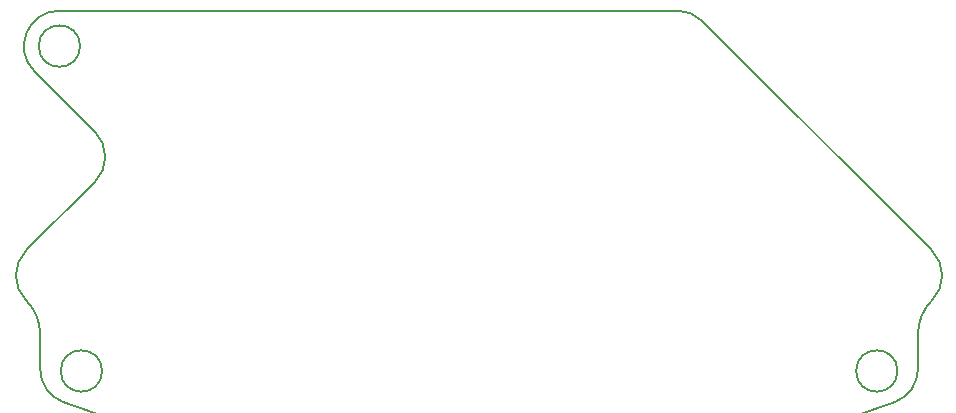
<source format=gbr>
%TF.GenerationSoftware,KiCad,Pcbnew,(6.0.5)*%
%TF.CreationDate,2022-10-18T17:57:13+09:00*%
%TF.ProjectId,IO_Board,494f5f42-6f61-4726-942e-6b696361645f,rev?*%
%TF.SameCoordinates,Original*%
%TF.FileFunction,Profile,NP*%
%FSLAX46Y46*%
G04 Gerber Fmt 4.6, Leading zero omitted, Abs format (unit mm)*
G04 Created by KiCad (PCBNEW (6.0.5)) date 2022-10-18 17:57:13*
%MOMM*%
%LPD*%
G01*
G04 APERTURE LIST*
%TA.AperFunction,Profile*%
%ADD10C,0.200000*%
%TD*%
G04 APERTURE END LIST*
D10*
X113938606Y-101029752D02*
G75*
G03*
X112767005Y-98201325I-3999806J52D01*
G01*
X112767001Y-93958680D02*
G75*
G03*
X112767005Y-98201325I2121299J-2121320D01*
G01*
X167895902Y-73660000D02*
X115570000Y-73660000D01*
X113938577Y-103981816D02*
G75*
G03*
X115881974Y-106789589I3000023J16D01*
G01*
X170017221Y-74538680D02*
G75*
G03*
X167895902Y-73660000I-2121321J-2121320D01*
G01*
X115570000Y-73660000D02*
G75*
G03*
X113448680Y-78781320I0J-3000000D01*
G01*
X117320000Y-76660000D02*
G75*
G03*
X117320000Y-76660000I-1750000J0D01*
G01*
X113448680Y-78781320D02*
X118575204Y-83907844D01*
X189437223Y-98201321D02*
G75*
G03*
X189437227Y-93958684I-2121323J2121321D01*
G01*
X119180632Y-104165464D02*
G75*
G03*
X119180632Y-104165464I-1750000J0D01*
G01*
X188265654Y-103981816D02*
X188265654Y-101029752D01*
X115881974Y-106789589D02*
G75*
G03*
X186322258Y-106789589I35220142J93592427D01*
G01*
X189437241Y-98201339D02*
G75*
G03*
X188265654Y-101029752I2828459J-2828461D01*
G01*
X186523600Y-104165464D02*
G75*
G03*
X186523600Y-104165464I-1750000J0D01*
G01*
X118575200Y-88150481D02*
G75*
G03*
X118575204Y-83907844I-2121330J2121321D01*
G01*
X186322252Y-106789574D02*
G75*
G03*
X188265654Y-103981816I-1056452J2807674D01*
G01*
X118575204Y-88150485D02*
X112767005Y-93958684D01*
X189437227Y-93958684D02*
X170017222Y-74538679D01*
X113938578Y-101029752D02*
X113938578Y-103981816D01*
M02*

</source>
